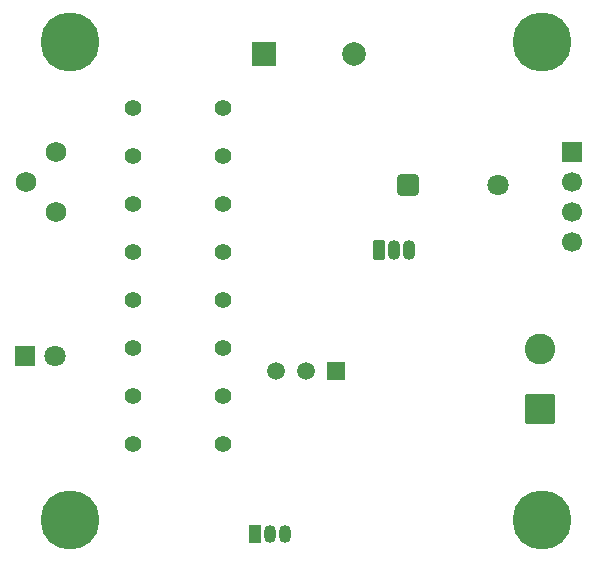
<source format=gbr>
%TF.GenerationSoftware,KiCad,Pcbnew,9.0.6*%
%TF.CreationDate,2025-12-24T19:30:20-05:00*%
%TF.ProjectId,tmp36 circuit,746d7033-3620-4636-9972-637569742e6b,rev?*%
%TF.SameCoordinates,Original*%
%TF.FileFunction,Soldermask,Bot*%
%TF.FilePolarity,Negative*%
%FSLAX46Y46*%
G04 Gerber Fmt 4.6, Leading zero omitted, Abs format (unit mm)*
G04 Created by KiCad (PCBNEW 9.0.6) date 2025-12-24 19:30:20*
%MOMM*%
%LPD*%
G01*
G04 APERTURE LIST*
G04 Aperture macros list*
%AMRoundRect*
0 Rectangle with rounded corners*
0 $1 Rounding radius*
0 $2 $3 $4 $5 $6 $7 $8 $9 X,Y pos of 4 corners*
0 Add a 4 corners polygon primitive as box body*
4,1,4,$2,$3,$4,$5,$6,$7,$8,$9,$2,$3,0*
0 Add four circle primitives for the rounded corners*
1,1,$1+$1,$2,$3*
1,1,$1+$1,$4,$5*
1,1,$1+$1,$6,$7*
1,1,$1+$1,$8,$9*
0 Add four rect primitives between the rounded corners*
20,1,$1+$1,$2,$3,$4,$5,0*
20,1,$1+$1,$4,$5,$6,$7,0*
20,1,$1+$1,$6,$7,$8,$9,0*
20,1,$1+$1,$8,$9,$2,$3,0*%
G04 Aperture macros list end*
%ADD10C,1.700000*%
%ADD11R,1.700000X1.700000*%
%ADD12C,5.000000*%
%ADD13C,1.400000*%
%ADD14RoundRect,0.250000X1.050000X-1.050000X1.050000X1.050000X-1.050000X1.050000X-1.050000X-1.050000X0*%
%ADD15C,2.600000*%
%ADD16RoundRect,0.250000X-0.650000X-0.650000X0.650000X-0.650000X0.650000X0.650000X-0.650000X0.650000X0*%
%ADD17C,1.800000*%
%ADD18R,1.800000X1.800000*%
%ADD19RoundRect,0.250000X0.275000X0.600000X-0.275000X0.600000X-0.275000X-0.600000X0.275000X-0.600000X0*%
%ADD20O,1.050000X1.700000*%
%ADD21R,1.500000X1.500000*%
%ADD22C,1.500000*%
%ADD23R,1.050000X1.500000*%
%ADD24O,1.050000X1.500000*%
%ADD25R,2.000000X2.000000*%
%ADD26C,2.000000*%
%ADD27C,1.750000*%
G04 APERTURE END LIST*
D10*
%TO.C,J1*%
X172800000Y-87200000D03*
X172800000Y-84660000D03*
X172800000Y-82120000D03*
D11*
X172800000Y-79580000D03*
%TD*%
D12*
%TO.C,H4*%
X170225000Y-70275000D03*
%TD*%
D13*
%TO.C,R8*%
X135590000Y-104300000D03*
X143210000Y-104300000D03*
%TD*%
D14*
%TO.C,M1*%
X170110000Y-101345000D03*
D15*
X170110000Y-96265000D03*
%TD*%
D12*
%TO.C,H3*%
X130275000Y-110725000D03*
%TD*%
%TO.C,H2*%
X170225000Y-110725000D03*
%TD*%
D16*
%TO.C,D1*%
X158880000Y-82400000D03*
D17*
X166500000Y-82400000D03*
%TD*%
D13*
%TO.C,R7*%
X135590000Y-100228571D03*
X143210000Y-100228571D03*
%TD*%
%TO.C,R1*%
X135590000Y-75800000D03*
X143210000Y-75800000D03*
%TD*%
D12*
%TO.C,H1*%
X130275000Y-70275000D03*
%TD*%
D13*
%TO.C,R4*%
X143210000Y-88014286D03*
X135590000Y-88014286D03*
%TD*%
D18*
%TO.C,D2*%
X126465000Y-96800000D03*
D17*
X129005000Y-96800000D03*
%TD*%
D13*
%TO.C,R3*%
X135590000Y-83942857D03*
X143210000Y-83942857D03*
%TD*%
%TO.C,R6*%
X135590000Y-96157143D03*
X143210000Y-96157143D03*
%TD*%
D19*
%TO.C,Q1*%
X156460000Y-87900000D03*
D20*
X157730000Y-87900000D03*
X159000000Y-87900000D03*
%TD*%
D13*
%TO.C,R5*%
X135590000Y-92085714D03*
X143210000Y-92085714D03*
%TD*%
D21*
%TO.C,Q2*%
X152800000Y-98100000D03*
D22*
X150260000Y-98100000D03*
X147720000Y-98100000D03*
%TD*%
D23*
%TO.C,Q3*%
X145947500Y-111930000D03*
D24*
X147217500Y-111930000D03*
X148487500Y-111930000D03*
%TD*%
D13*
%TO.C,R2*%
X143210000Y-79871429D03*
X135590000Y-79871429D03*
%TD*%
D25*
%TO.C,BZ1*%
X146700000Y-71275000D03*
D26*
X154300000Y-71275000D03*
%TD*%
D27*
%TO.C,RV1*%
X129125000Y-84625000D03*
X126585000Y-82085000D03*
X129125000Y-79545000D03*
%TD*%
M02*

</source>
